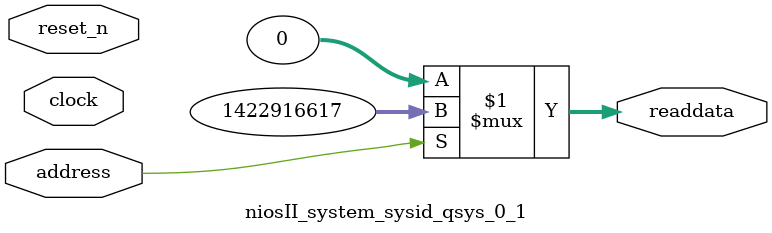
<source format=v>
module niosII_system_sysid_qsys_0_1 (
                address,
                clock,
                reset_n,
                readdata
             )
;
  output  [ 31: 0] readdata;
  input            address;
  input            clock;
  input            reset_n;
  wire    [ 31: 0] readdata;
  assign readdata = address ? 1422916617 : 0;
endmodule
</source>
